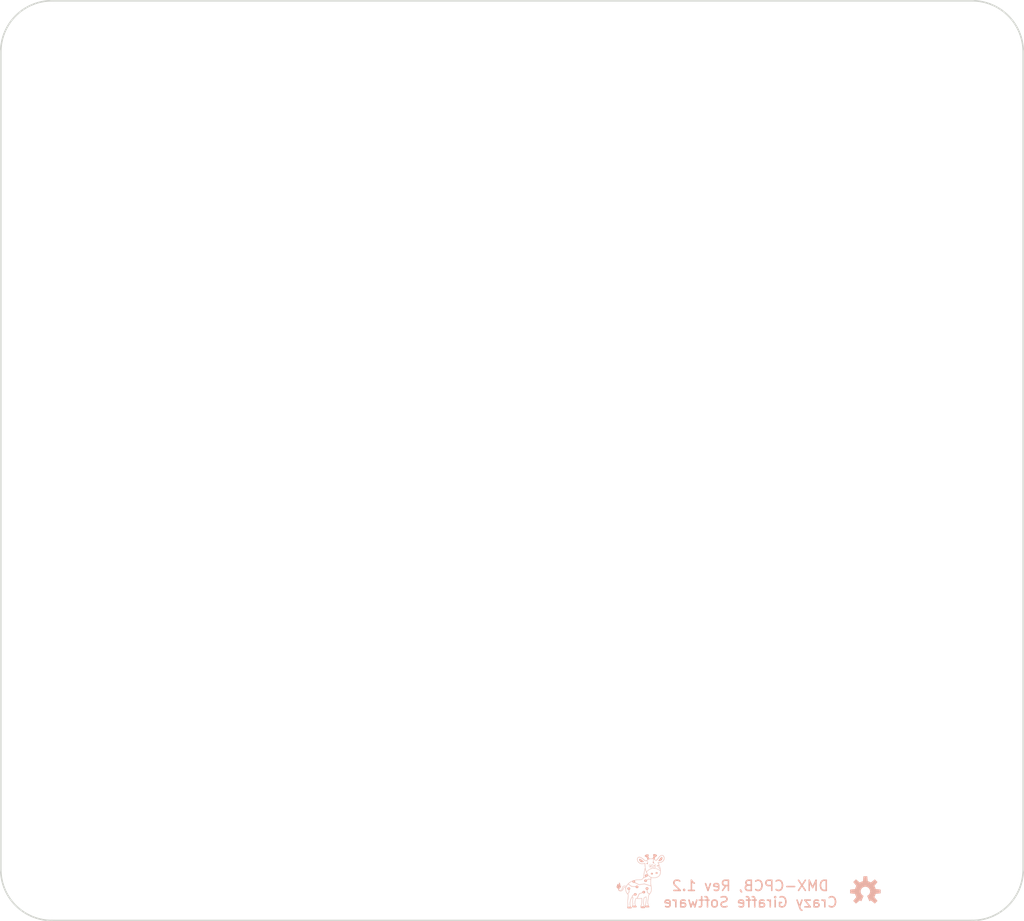
<source format=kicad_pcb>
(kicad_pcb (version 20171130) (host pcbnew "(5.0.0)")
  (layers (0 F.Cu signal) (31 B.Cu signal) (34 B.Paste user) (35 F.Paste user) (36 B.SilkS user) (37 F.SilkS user) (38 B.Mask user) (39 F.Mask user) (44 Edge.Cuts user))
  (net 0 "")
  (module Aesthetics:OSHW-LOGO-S (layer B.Cu) (at 171.664 135.852 180)
    (fp_text reference "" (at 0 0 180) (layer B.SilkS) (effects (font (size 1.524 1.524)) (justify mirror)))
    (fp_text value "" (at 0 0 180) (layer B.SilkS) (effects (font (size 1.524 1.524)) (justify mirror)))
  )
  (module footprints:logo_cr_5x5 (layer B.Cu) (at 149.664 134.852 180)
    (fp_text reference G*** hide)
    (fp_text value LOGO hide)
  )
  (gr_line (start 187.104 133.692) (end 187.104 53.692) (layer Edge.Cuts) (width 0.1524))
  (gr_line (start 92.104 138.692) (end 182.104 138.692) (layer Edge.Cuts) (width 0.1524))
  (gr_line (start 87.104 53.692) (end 87.104 133.692) (layer Edge.Cuts) (width 0.1524))
  (gr_line (start 182.104 48.692) (end 92.104 48.692) (layer Edge.Cuts) (width 0.1524))
  (gr_arc (start 92.104 133.692) (end 87.104 133.692) (angle -90) (layer Edge.Cuts) (width 0.1524))
  (gr_arc (start 92.104 53.692) (end 92.104 48.692) (angle -90) (layer Edge.Cuts) (width 0.1524))
  (gr_arc (start 182.104 53.692) (end 187.104 53.692) (angle -90) (layer Edge.Cuts) (width 0.1524))
  (gr_arc (start 182.104 133.692) (end 182.104 138.692) (angle -90) (layer Edge.Cuts) (width 0.1524))
  (gr_text "DMX-CPCB, Rev 1.2\nCrazy Giraffe Software" (at 160.414 136.102) (layer B.SilkS) (effects (font (size 1 1)) (justify mirror)))
)
</source>
